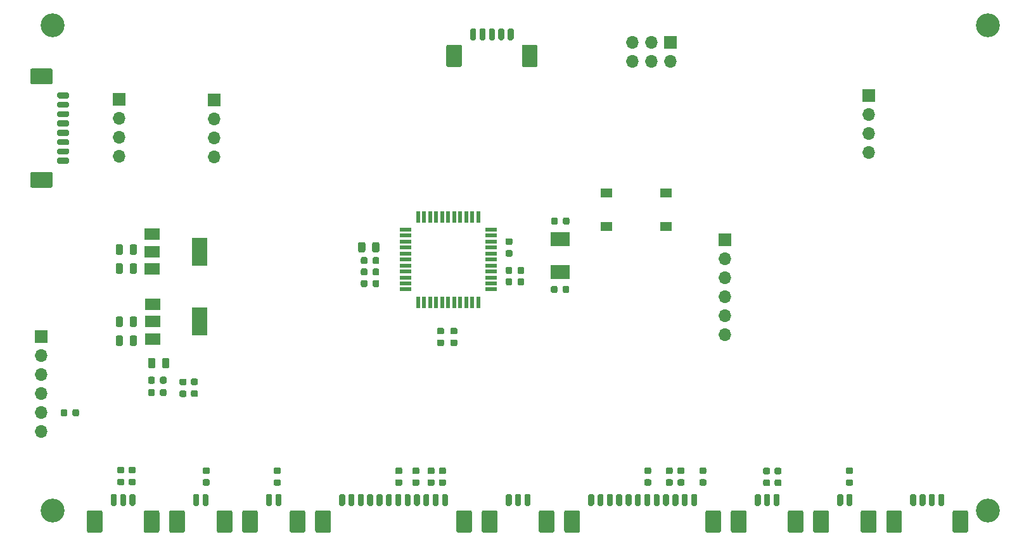
<source format=gbr>
%TF.GenerationSoftware,KiCad,Pcbnew,(5.99.0-2358-g6d8fb94d8)*%
%TF.CreationDate,2020-07-27T20:41:13+08:00*%
%TF.ProjectId,TheSPT_v2,54686553-5054-45f7-9632-2e6b69636164,V3.0*%
%TF.SameCoordinates,Original*%
%TF.FileFunction,Soldermask,Top*%
%TF.FilePolarity,Negative*%
%FSLAX46Y46*%
G04 Gerber Fmt 4.6, Leading zero omitted, Abs format (unit mm)*
G04 Created by KiCad (PCBNEW (5.99.0-2358-g6d8fb94d8)) date 2020-07-27 20:41:13*
%MOMM*%
%LPD*%
G01*
G04 APERTURE LIST*
%ADD10R,1.700000X1.700000*%
%ADD11O,1.700000X1.700000*%
%ADD12C,3.200000*%
%ADD13R,2.500000X1.900000*%
%ADD14R,1.500000X0.550000*%
%ADD15R,0.550000X1.500000*%
%ADD16R,2.000000X1.500000*%
%ADD17R,2.000000X3.800000*%
%ADD18R,1.550000X1.300000*%
G04 APERTURE END LIST*
D10*
%TO.C,U4*%
X75654000Y-64014000D03*
D11*
X75654000Y-69094000D03*
X75654000Y-66554000D03*
X75654000Y-71634000D03*
D10*
X62954000Y-63970000D03*
D11*
X62954000Y-66510000D03*
X62954000Y-69050000D03*
X62954000Y-71590000D03*
%TD*%
%TO.C,J13*%
X131534000Y-58890000D03*
X131534000Y-56350000D03*
X134074000Y-58890000D03*
X134074000Y-56350000D03*
X136614000Y-58890000D03*
D10*
X136614000Y-56350000D03*
%TD*%
D12*
%TO.C,H4*%
X179000000Y-119000000D03*
%TD*%
%TO.C,H3*%
X54064000Y-119000000D03*
%TD*%
%TO.C,H2*%
X179000000Y-54000000D03*
%TD*%
%TO.C,H1*%
X54000000Y-54000000D03*
%TD*%
%TO.C,J5*%
G36*
G01*
X147866000Y-118135000D02*
X147866000Y-116935000D01*
G75*
G02*
X148066000Y-116735000I200000J0D01*
G01*
X148466000Y-116735000D01*
G75*
G02*
X148666000Y-116935000I0J-200000D01*
G01*
X148666000Y-118135000D01*
G75*
G02*
X148466000Y-118335000I-200000J0D01*
G01*
X148066000Y-118335000D01*
G75*
G02*
X147866000Y-118135000I0J200000D01*
G01*
G37*
G36*
G01*
X149116000Y-118135000D02*
X149116000Y-116935000D01*
G75*
G02*
X149316000Y-116735000I200000J0D01*
G01*
X149716000Y-116735000D01*
G75*
G02*
X149916000Y-116935000I0J-200000D01*
G01*
X149916000Y-118135000D01*
G75*
G02*
X149716000Y-118335000I-200000J0D01*
G01*
X149316000Y-118335000D01*
G75*
G02*
X149116000Y-118135000I0J200000D01*
G01*
G37*
G36*
G01*
X150366000Y-118135000D02*
X150366000Y-116935000D01*
G75*
G02*
X150566000Y-116735000I200000J0D01*
G01*
X150966000Y-116735000D01*
G75*
G02*
X151166000Y-116935000I0J-200000D01*
G01*
X151166000Y-118135000D01*
G75*
G02*
X150966000Y-118335000I-200000J0D01*
G01*
X150566000Y-118335000D01*
G75*
G02*
X150366000Y-118135000I0J200000D01*
G01*
G37*
G36*
G01*
X144666000Y-121684999D02*
X144666000Y-119185001D01*
G75*
G02*
X144916001Y-118935000I250001J0D01*
G01*
X146515999Y-118935000D01*
G75*
G02*
X146766000Y-119185001I0J-250001D01*
G01*
X146766000Y-121684999D01*
G75*
G02*
X146515999Y-121935000I-250001J0D01*
G01*
X144916001Y-121935000D01*
G75*
G02*
X144666000Y-121684999I0J250001D01*
G01*
G37*
G36*
G01*
X152266000Y-121684999D02*
X152266000Y-119185001D01*
G75*
G02*
X152516001Y-118935000I250001J0D01*
G01*
X154115999Y-118935000D01*
G75*
G02*
X154366000Y-119185001I0J-250001D01*
G01*
X154366000Y-121684999D01*
G75*
G02*
X154115999Y-121935000I-250001J0D01*
G01*
X152516001Y-121935000D01*
G75*
G02*
X152266000Y-121684999I0J250001D01*
G01*
G37*
%TD*%
D13*
%TO.C,Y1*%
X121886000Y-87034000D03*
X121886000Y-82634000D03*
%TD*%
D14*
%TO.C,U3*%
X112596000Y-89370000D03*
X112596000Y-88570000D03*
X112596000Y-87770000D03*
X112596000Y-86970000D03*
X112596000Y-86170000D03*
X112596000Y-85370000D03*
X112596000Y-84570000D03*
X112596000Y-83770000D03*
X112596000Y-82970000D03*
X112596000Y-82170000D03*
X112596000Y-81370000D03*
D15*
X110896000Y-79670000D03*
X110096000Y-79670000D03*
X109296000Y-79670000D03*
X108496000Y-79670000D03*
X107696000Y-79670000D03*
X106896000Y-79670000D03*
X106096000Y-79670000D03*
X105296000Y-79670000D03*
X104496000Y-79670000D03*
X103696000Y-79670000D03*
X102896000Y-79670000D03*
D14*
X101196000Y-81370000D03*
X101196000Y-82170000D03*
X101196000Y-82970000D03*
X101196000Y-83770000D03*
X101196000Y-84570000D03*
X101196000Y-85370000D03*
X101196000Y-86170000D03*
X101196000Y-86970000D03*
X101196000Y-87770000D03*
X101196000Y-88570000D03*
X101196000Y-89370000D03*
D15*
X102896000Y-91070000D03*
X103696000Y-91070000D03*
X104496000Y-91070000D03*
X105296000Y-91070000D03*
X106096000Y-91070000D03*
X106896000Y-91070000D03*
X107696000Y-91070000D03*
X108496000Y-91070000D03*
X109296000Y-91070000D03*
X110096000Y-91070000D03*
X110896000Y-91070000D03*
%TD*%
D16*
%TO.C,U2*%
X67375500Y-82004000D03*
X67375500Y-86604000D03*
X67375500Y-84304000D03*
D17*
X73675500Y-84304000D03*
%TD*%
D16*
%TO.C,U1*%
X67424000Y-91388000D03*
X67424000Y-95988000D03*
X67424000Y-93688000D03*
D17*
X73724000Y-93688000D03*
%TD*%
D18*
%TO.C,SW1*%
X128062000Y-76488000D03*
X128062000Y-80988000D03*
X136022000Y-80988000D03*
X136022000Y-76488000D03*
%TD*%
%TO.C,R20*%
G36*
G01*
X133822250Y-114066750D02*
X133309750Y-114066750D01*
G75*
G02*
X133091000Y-113848000I0J218750D01*
G01*
X133091000Y-113410500D01*
G75*
G02*
X133309750Y-113191750I218750J0D01*
G01*
X133822250Y-113191750D01*
G75*
G02*
X134041000Y-113410500I0J-218750D01*
G01*
X134041000Y-113848000D01*
G75*
G02*
X133822250Y-114066750I-218750J0D01*
G01*
G37*
G36*
G01*
X133822250Y-115641750D02*
X133309750Y-115641750D01*
G75*
G02*
X133091000Y-115423000I0J218750D01*
G01*
X133091000Y-114985500D01*
G75*
G02*
X133309750Y-114766750I218750J0D01*
G01*
X133822250Y-114766750D01*
G75*
G02*
X134041000Y-114985500I0J-218750D01*
G01*
X134041000Y-115423000D01*
G75*
G02*
X133822250Y-115641750I-218750J0D01*
G01*
G37*
%TD*%
%TO.C,R19*%
G36*
G01*
X136693651Y-114069916D02*
X136181151Y-114069916D01*
G75*
G02*
X135962401Y-113851166I0J218750D01*
G01*
X135962401Y-113413666D01*
G75*
G02*
X136181151Y-113194916I218750J0D01*
G01*
X136693651Y-113194916D01*
G75*
G02*
X136912401Y-113413666I0J-218750D01*
G01*
X136912401Y-113851166D01*
G75*
G02*
X136693651Y-114069916I-218750J0D01*
G01*
G37*
G36*
G01*
X136693651Y-115644916D02*
X136181151Y-115644916D01*
G75*
G02*
X135962401Y-115426166I0J218750D01*
G01*
X135962401Y-114988666D01*
G75*
G02*
X136181151Y-114769916I218750J0D01*
G01*
X136693651Y-114769916D01*
G75*
G02*
X136912401Y-114988666I0J-218750D01*
G01*
X136912401Y-115426166D01*
G75*
G02*
X136693651Y-115644916I-218750J0D01*
G01*
G37*
%TD*%
%TO.C,R18*%
G36*
G01*
X138262264Y-114066750D02*
X137749764Y-114066750D01*
G75*
G02*
X137531014Y-113848000I0J218750D01*
G01*
X137531014Y-113410500D01*
G75*
G02*
X137749764Y-113191750I218750J0D01*
G01*
X138262264Y-113191750D01*
G75*
G02*
X138481014Y-113410500I0J-218750D01*
G01*
X138481014Y-113848000D01*
G75*
G02*
X138262264Y-114066750I-218750J0D01*
G01*
G37*
G36*
G01*
X138262264Y-115641750D02*
X137749764Y-115641750D01*
G75*
G02*
X137531014Y-115423000I0J218750D01*
G01*
X137531014Y-114985500D01*
G75*
G02*
X137749764Y-114766750I218750J0D01*
G01*
X138262264Y-114766750D01*
G75*
G02*
X138481014Y-114985500I0J-218750D01*
G01*
X138481014Y-115423000D01*
G75*
G02*
X138262264Y-115641750I-218750J0D01*
G01*
G37*
%TD*%
%TO.C,R17*%
G36*
G01*
X141188250Y-114066750D02*
X140675750Y-114066750D01*
G75*
G02*
X140457000Y-113848000I0J218750D01*
G01*
X140457000Y-113410500D01*
G75*
G02*
X140675750Y-113191750I218750J0D01*
G01*
X141188250Y-113191750D01*
G75*
G02*
X141407000Y-113410500I0J-218750D01*
G01*
X141407000Y-113848000D01*
G75*
G02*
X141188250Y-114066750I-218750J0D01*
G01*
G37*
G36*
G01*
X141188250Y-115641750D02*
X140675750Y-115641750D01*
G75*
G02*
X140457000Y-115423000I0J218750D01*
G01*
X140457000Y-114985500D01*
G75*
G02*
X140675750Y-114766750I218750J0D01*
G01*
X141188250Y-114766750D01*
G75*
G02*
X141407000Y-114985500I0J-218750D01*
G01*
X141407000Y-115423000D01*
G75*
G02*
X141188250Y-115641750I-218750J0D01*
G01*
G37*
%TD*%
%TO.C,R16*%
G36*
G01*
X100548250Y-114077000D02*
X100035750Y-114077000D01*
G75*
G02*
X99817000Y-113858250I0J218750D01*
G01*
X99817000Y-113420750D01*
G75*
G02*
X100035750Y-113202000I218750J0D01*
G01*
X100548250Y-113202000D01*
G75*
G02*
X100767000Y-113420750I0J-218750D01*
G01*
X100767000Y-113858250D01*
G75*
G02*
X100548250Y-114077000I-218750J0D01*
G01*
G37*
G36*
G01*
X100548250Y-115652000D02*
X100035750Y-115652000D01*
G75*
G02*
X99817000Y-115433250I0J218750D01*
G01*
X99817000Y-114995750D01*
G75*
G02*
X100035750Y-114777000I218750J0D01*
G01*
X100548250Y-114777000D01*
G75*
G02*
X100767000Y-114995750I0J-218750D01*
G01*
X100767000Y-115433250D01*
G75*
G02*
X100548250Y-115652000I-218750J0D01*
G01*
G37*
%TD*%
%TO.C,R15*%
G36*
G01*
X102834250Y-114077000D02*
X102321750Y-114077000D01*
G75*
G02*
X102103000Y-113858250I0J218750D01*
G01*
X102103000Y-113420750D01*
G75*
G02*
X102321750Y-113202000I218750J0D01*
G01*
X102834250Y-113202000D01*
G75*
G02*
X103053000Y-113420750I0J-218750D01*
G01*
X103053000Y-113858250D01*
G75*
G02*
X102834250Y-114077000I-218750J0D01*
G01*
G37*
G36*
G01*
X102834250Y-115652000D02*
X102321750Y-115652000D01*
G75*
G02*
X102103000Y-115433250I0J218750D01*
G01*
X102103000Y-114995750D01*
G75*
G02*
X102321750Y-114777000I218750J0D01*
G01*
X102834250Y-114777000D01*
G75*
G02*
X103053000Y-114995750I0J-218750D01*
G01*
X103053000Y-115433250D01*
G75*
G02*
X102834250Y-115652000I-218750J0D01*
G01*
G37*
%TD*%
%TO.C,R14*%
G36*
G01*
X104866250Y-114077000D02*
X104353750Y-114077000D01*
G75*
G02*
X104135000Y-113858250I0J218750D01*
G01*
X104135000Y-113420750D01*
G75*
G02*
X104353750Y-113202000I218750J0D01*
G01*
X104866250Y-113202000D01*
G75*
G02*
X105085000Y-113420750I0J-218750D01*
G01*
X105085000Y-113858250D01*
G75*
G02*
X104866250Y-114077000I-218750J0D01*
G01*
G37*
G36*
G01*
X104866250Y-115652000D02*
X104353750Y-115652000D01*
G75*
G02*
X104135000Y-115433250I0J218750D01*
G01*
X104135000Y-114995750D01*
G75*
G02*
X104353750Y-114777000I218750J0D01*
G01*
X104866250Y-114777000D01*
G75*
G02*
X105085000Y-114995750I0J-218750D01*
G01*
X105085000Y-115433250D01*
G75*
G02*
X104866250Y-115652000I-218750J0D01*
G01*
G37*
%TD*%
%TO.C,R13*%
G36*
G01*
X106390250Y-114077000D02*
X105877750Y-114077000D01*
G75*
G02*
X105659000Y-113858250I0J218750D01*
G01*
X105659000Y-113420750D01*
G75*
G02*
X105877750Y-113202000I218750J0D01*
G01*
X106390250Y-113202000D01*
G75*
G02*
X106609000Y-113420750I0J-218750D01*
G01*
X106609000Y-113858250D01*
G75*
G02*
X106390250Y-114077000I-218750J0D01*
G01*
G37*
G36*
G01*
X106390250Y-115652000D02*
X105877750Y-115652000D01*
G75*
G02*
X105659000Y-115433250I0J218750D01*
G01*
X105659000Y-114995750D01*
G75*
G02*
X105877750Y-114777000I218750J0D01*
G01*
X106390250Y-114777000D01*
G75*
G02*
X106609000Y-114995750I0J-218750D01*
G01*
X106609000Y-115433250D01*
G75*
G02*
X106390250Y-115652000I-218750J0D01*
G01*
G37*
%TD*%
%TO.C,R12*%
G36*
G01*
X160769250Y-114077000D02*
X160256750Y-114077000D01*
G75*
G02*
X160038000Y-113858250I0J218750D01*
G01*
X160038000Y-113420750D01*
G75*
G02*
X160256750Y-113202000I218750J0D01*
G01*
X160769250Y-113202000D01*
G75*
G02*
X160988000Y-113420750I0J-218750D01*
G01*
X160988000Y-113858250D01*
G75*
G02*
X160769250Y-114077000I-218750J0D01*
G01*
G37*
G36*
G01*
X160769250Y-115652000D02*
X160256750Y-115652000D01*
G75*
G02*
X160038000Y-115433250I0J218750D01*
G01*
X160038000Y-114995750D01*
G75*
G02*
X160256750Y-114777000I218750J0D01*
G01*
X160769250Y-114777000D01*
G75*
G02*
X160988000Y-114995750I0J-218750D01*
G01*
X160988000Y-115433250D01*
G75*
G02*
X160769250Y-115652000I-218750J0D01*
G01*
G37*
%TD*%
%TO.C,R11*%
G36*
G01*
X149701250Y-114106750D02*
X149188750Y-114106750D01*
G75*
G02*
X148970000Y-113888000I0J218750D01*
G01*
X148970000Y-113450500D01*
G75*
G02*
X149188750Y-113231750I218750J0D01*
G01*
X149701250Y-113231750D01*
G75*
G02*
X149920000Y-113450500I0J-218750D01*
G01*
X149920000Y-113888000D01*
G75*
G02*
X149701250Y-114106750I-218750J0D01*
G01*
G37*
G36*
G01*
X149701250Y-115681750D02*
X149188750Y-115681750D01*
G75*
G02*
X148970000Y-115463000I0J218750D01*
G01*
X148970000Y-115025500D01*
G75*
G02*
X149188750Y-114806750I218750J0D01*
G01*
X149701250Y-114806750D01*
G75*
G02*
X149920000Y-115025500I0J-218750D01*
G01*
X149920000Y-115463000D01*
G75*
G02*
X149701250Y-115681750I-218750J0D01*
G01*
G37*
%TD*%
%TO.C,R10*%
G36*
G01*
X151225250Y-114106750D02*
X150712750Y-114106750D01*
G75*
G02*
X150494000Y-113888000I0J218750D01*
G01*
X150494000Y-113450500D01*
G75*
G02*
X150712750Y-113231750I218750J0D01*
G01*
X151225250Y-113231750D01*
G75*
G02*
X151444000Y-113450500I0J-218750D01*
G01*
X151444000Y-113888000D01*
G75*
G02*
X151225250Y-114106750I-218750J0D01*
G01*
G37*
G36*
G01*
X151225250Y-115681750D02*
X150712750Y-115681750D01*
G75*
G02*
X150494000Y-115463000I0J218750D01*
G01*
X150494000Y-115025500D01*
G75*
G02*
X150712750Y-114806750I218750J0D01*
G01*
X151225250Y-114806750D01*
G75*
G02*
X151444000Y-115025500I0J-218750D01*
G01*
X151444000Y-115463000D01*
G75*
G02*
X151225250Y-115681750I-218750J0D01*
G01*
G37*
%TD*%
%TO.C,R9*%
G36*
G01*
X72731522Y-102869296D02*
X73244022Y-102869296D01*
G75*
G02*
X73462772Y-103088046I0J-218750D01*
G01*
X73462772Y-103525546D01*
G75*
G02*
X73244022Y-103744296I-218750J0D01*
G01*
X72731522Y-103744296D01*
G75*
G02*
X72512772Y-103525546I0J218750D01*
G01*
X72512772Y-103088046D01*
G75*
G02*
X72731522Y-102869296I218750J0D01*
G01*
G37*
G36*
G01*
X72731522Y-101294296D02*
X73244022Y-101294296D01*
G75*
G02*
X73462772Y-101513046I0J-218750D01*
G01*
X73462772Y-101950546D01*
G75*
G02*
X73244022Y-102169296I-218750J0D01*
G01*
X72731522Y-102169296D01*
G75*
G02*
X72512772Y-101950546I0J218750D01*
G01*
X72512772Y-101513046D01*
G75*
G02*
X72731522Y-101294296I218750J0D01*
G01*
G37*
%TD*%
%TO.C,R8*%
G36*
G01*
X71720022Y-102194796D02*
X71207522Y-102194796D01*
G75*
G02*
X70988772Y-101976046I0J218750D01*
G01*
X70988772Y-101538546D01*
G75*
G02*
X71207522Y-101319796I218750J0D01*
G01*
X71720022Y-101319796D01*
G75*
G02*
X71938772Y-101538546I0J-218750D01*
G01*
X71938772Y-101976046D01*
G75*
G02*
X71720022Y-102194796I-218750J0D01*
G01*
G37*
G36*
G01*
X71720022Y-103769796D02*
X71207522Y-103769796D01*
G75*
G02*
X70988772Y-103551046I0J218750D01*
G01*
X70988772Y-103113546D01*
G75*
G02*
X71207522Y-102894796I218750J0D01*
G01*
X71720022Y-102894796D01*
G75*
G02*
X71938772Y-103113546I0J-218750D01*
G01*
X71938772Y-103551046D01*
G75*
G02*
X71720022Y-103769796I-218750J0D01*
G01*
G37*
%TD*%
%TO.C,R7*%
G36*
G01*
X63404250Y-113992000D02*
X62891750Y-113992000D01*
G75*
G02*
X62673000Y-113773250I0J218750D01*
G01*
X62673000Y-113335750D01*
G75*
G02*
X62891750Y-113117000I218750J0D01*
G01*
X63404250Y-113117000D01*
G75*
G02*
X63623000Y-113335750I0J-218750D01*
G01*
X63623000Y-113773250D01*
G75*
G02*
X63404250Y-113992000I-218750J0D01*
G01*
G37*
G36*
G01*
X63404250Y-115567000D02*
X62891750Y-115567000D01*
G75*
G02*
X62673000Y-115348250I0J218750D01*
G01*
X62673000Y-114910750D01*
G75*
G02*
X62891750Y-114692000I218750J0D01*
G01*
X63404250Y-114692000D01*
G75*
G02*
X63623000Y-114910750I0J-218750D01*
G01*
X63623000Y-115348250D01*
G75*
G02*
X63404250Y-115567000I-218750J0D01*
G01*
G37*
%TD*%
%TO.C,R6*%
G36*
G01*
X64928250Y-113992000D02*
X64415750Y-113992000D01*
G75*
G02*
X64197000Y-113773250I0J218750D01*
G01*
X64197000Y-113335750D01*
G75*
G02*
X64415750Y-113117000I218750J0D01*
G01*
X64928250Y-113117000D01*
G75*
G02*
X65147000Y-113335750I0J-218750D01*
G01*
X65147000Y-113773250D01*
G75*
G02*
X64928250Y-113992000I-218750J0D01*
G01*
G37*
G36*
G01*
X64928250Y-115567000D02*
X64415750Y-115567000D01*
G75*
G02*
X64197000Y-115348250I0J218750D01*
G01*
X64197000Y-114910750D01*
G75*
G02*
X64415750Y-114692000I218750J0D01*
G01*
X64928250Y-114692000D01*
G75*
G02*
X65147000Y-114910750I0J-218750D01*
G01*
X65147000Y-115348250D01*
G75*
G02*
X64928250Y-115567000I-218750J0D01*
G01*
G37*
%TD*%
%TO.C,R5*%
G36*
G01*
X115461500Y-86573750D02*
X115461500Y-87086250D01*
G75*
G02*
X115242750Y-87305000I-218750J0D01*
G01*
X114805250Y-87305000D01*
G75*
G02*
X114586500Y-87086250I0J218750D01*
G01*
X114586500Y-86573750D01*
G75*
G02*
X114805250Y-86355000I218750J0D01*
G01*
X115242750Y-86355000D01*
G75*
G02*
X115461500Y-86573750I0J-218750D01*
G01*
G37*
G36*
G01*
X117036500Y-86573750D02*
X117036500Y-87086250D01*
G75*
G02*
X116817750Y-87305000I-218750J0D01*
G01*
X116380250Y-87305000D01*
G75*
G02*
X116161500Y-87086250I0J218750D01*
G01*
X116161500Y-86573750D01*
G75*
G02*
X116380250Y-86355000I218750J0D01*
G01*
X116817750Y-86355000D01*
G75*
G02*
X117036500Y-86573750I0J-218750D01*
G01*
G37*
%TD*%
%TO.C,R4*%
G36*
G01*
X84311250Y-114077000D02*
X83798750Y-114077000D01*
G75*
G02*
X83580000Y-113858250I0J218750D01*
G01*
X83580000Y-113420750D01*
G75*
G02*
X83798750Y-113202000I218750J0D01*
G01*
X84311250Y-113202000D01*
G75*
G02*
X84530000Y-113420750I0J-218750D01*
G01*
X84530000Y-113858250D01*
G75*
G02*
X84311250Y-114077000I-218750J0D01*
G01*
G37*
G36*
G01*
X84311250Y-115652000D02*
X83798750Y-115652000D01*
G75*
G02*
X83580000Y-115433250I0J218750D01*
G01*
X83580000Y-114995750D01*
G75*
G02*
X83798750Y-114777000I218750J0D01*
G01*
X84311250Y-114777000D01*
G75*
G02*
X84530000Y-114995750I0J-218750D01*
G01*
X84530000Y-115433250D01*
G75*
G02*
X84311250Y-115652000I-218750J0D01*
G01*
G37*
%TD*%
%TO.C,R3*%
G36*
G01*
X114767750Y-84106500D02*
X115280250Y-84106500D01*
G75*
G02*
X115499000Y-84325250I0J-218750D01*
G01*
X115499000Y-84762750D01*
G75*
G02*
X115280250Y-84981500I-218750J0D01*
G01*
X114767750Y-84981500D01*
G75*
G02*
X114549000Y-84762750I0J218750D01*
G01*
X114549000Y-84325250D01*
G75*
G02*
X114767750Y-84106500I218750J0D01*
G01*
G37*
G36*
G01*
X114767750Y-82531500D02*
X115280250Y-82531500D01*
G75*
G02*
X115499000Y-82750250I0J-218750D01*
G01*
X115499000Y-83187750D01*
G75*
G02*
X115280250Y-83406500I-218750J0D01*
G01*
X114767750Y-83406500D01*
G75*
G02*
X114549000Y-83187750I0J218750D01*
G01*
X114549000Y-82750250D01*
G75*
G02*
X114767750Y-82531500I218750J0D01*
G01*
G37*
%TD*%
%TO.C,R2*%
G36*
G01*
X56700000Y-106136250D02*
X56700000Y-105623750D01*
G75*
G02*
X56918750Y-105405000I218750J0D01*
G01*
X57356250Y-105405000D01*
G75*
G02*
X57575000Y-105623750I0J-218750D01*
G01*
X57575000Y-106136250D01*
G75*
G02*
X57356250Y-106355000I-218750J0D01*
G01*
X56918750Y-106355000D01*
G75*
G02*
X56700000Y-106136250I0J218750D01*
G01*
G37*
G36*
G01*
X55125000Y-106136250D02*
X55125000Y-105623750D01*
G75*
G02*
X55343750Y-105405000I218750J0D01*
G01*
X55781250Y-105405000D01*
G75*
G02*
X56000000Y-105623750I0J-218750D01*
G01*
X56000000Y-106136250D01*
G75*
G02*
X55781250Y-106355000I-218750J0D01*
G01*
X55343750Y-106355000D01*
G75*
G02*
X55125000Y-106136250I0J218750D01*
G01*
G37*
%TD*%
%TO.C,R1*%
G36*
G01*
X74823250Y-114051500D02*
X74310750Y-114051500D01*
G75*
G02*
X74092000Y-113832750I0J218750D01*
G01*
X74092000Y-113395250D01*
G75*
G02*
X74310750Y-113176500I218750J0D01*
G01*
X74823250Y-113176500D01*
G75*
G02*
X75042000Y-113395250I0J-218750D01*
G01*
X75042000Y-113832750D01*
G75*
G02*
X74823250Y-114051500I-218750J0D01*
G01*
G37*
G36*
G01*
X74823250Y-115626500D02*
X74310750Y-115626500D01*
G75*
G02*
X74092000Y-115407750I0J218750D01*
G01*
X74092000Y-114970250D01*
G75*
G02*
X74310750Y-114751500I218750J0D01*
G01*
X74823250Y-114751500D01*
G75*
G02*
X75042000Y-114970250I0J-218750D01*
G01*
X75042000Y-115407750D01*
G75*
G02*
X74823250Y-115626500I-218750J0D01*
G01*
G37*
%TD*%
%TO.C,J15*%
G36*
G01*
X54848000Y-63005000D02*
X56048000Y-63005000D01*
G75*
G02*
X56248000Y-63205000I0J-200000D01*
G01*
X56248000Y-63605000D01*
G75*
G02*
X56048000Y-63805000I-200000J0D01*
G01*
X54848000Y-63805000D01*
G75*
G02*
X54648000Y-63605000I0J200000D01*
G01*
X54648000Y-63205000D01*
G75*
G02*
X54848000Y-63005000I200000J0D01*
G01*
G37*
G36*
G01*
X54848000Y-64255000D02*
X56048000Y-64255000D01*
G75*
G02*
X56248000Y-64455000I0J-200000D01*
G01*
X56248000Y-64855000D01*
G75*
G02*
X56048000Y-65055000I-200000J0D01*
G01*
X54848000Y-65055000D01*
G75*
G02*
X54648000Y-64855000I0J200000D01*
G01*
X54648000Y-64455000D01*
G75*
G02*
X54848000Y-64255000I200000J0D01*
G01*
G37*
G36*
G01*
X54848000Y-65505000D02*
X56048000Y-65505000D01*
G75*
G02*
X56248000Y-65705000I0J-200000D01*
G01*
X56248000Y-66105000D01*
G75*
G02*
X56048000Y-66305000I-200000J0D01*
G01*
X54848000Y-66305000D01*
G75*
G02*
X54648000Y-66105000I0J200000D01*
G01*
X54648000Y-65705000D01*
G75*
G02*
X54848000Y-65505000I200000J0D01*
G01*
G37*
G36*
G01*
X54848000Y-66755000D02*
X56048000Y-66755000D01*
G75*
G02*
X56248000Y-66955000I0J-200000D01*
G01*
X56248000Y-67355000D01*
G75*
G02*
X56048000Y-67555000I-200000J0D01*
G01*
X54848000Y-67555000D01*
G75*
G02*
X54648000Y-67355000I0J200000D01*
G01*
X54648000Y-66955000D01*
G75*
G02*
X54848000Y-66755000I200000J0D01*
G01*
G37*
G36*
G01*
X54848000Y-68005000D02*
X56048000Y-68005000D01*
G75*
G02*
X56248000Y-68205000I0J-200000D01*
G01*
X56248000Y-68605000D01*
G75*
G02*
X56048000Y-68805000I-200000J0D01*
G01*
X54848000Y-68805000D01*
G75*
G02*
X54648000Y-68605000I0J200000D01*
G01*
X54648000Y-68205000D01*
G75*
G02*
X54848000Y-68005000I200000J0D01*
G01*
G37*
G36*
G01*
X54848000Y-69255000D02*
X56048000Y-69255000D01*
G75*
G02*
X56248000Y-69455000I0J-200000D01*
G01*
X56248000Y-69855000D01*
G75*
G02*
X56048000Y-70055000I-200000J0D01*
G01*
X54848000Y-70055000D01*
G75*
G02*
X54648000Y-69855000I0J200000D01*
G01*
X54648000Y-69455000D01*
G75*
G02*
X54848000Y-69255000I200000J0D01*
G01*
G37*
G36*
G01*
X54848000Y-70505000D02*
X56048000Y-70505000D01*
G75*
G02*
X56248000Y-70705000I0J-200000D01*
G01*
X56248000Y-71105000D01*
G75*
G02*
X56048000Y-71305000I-200000J0D01*
G01*
X54848000Y-71305000D01*
G75*
G02*
X54648000Y-71105000I0J200000D01*
G01*
X54648000Y-70705000D01*
G75*
G02*
X54848000Y-70505000I200000J0D01*
G01*
G37*
G36*
G01*
X54848000Y-71755000D02*
X56048000Y-71755000D01*
G75*
G02*
X56248000Y-71955000I0J-200000D01*
G01*
X56248000Y-72355000D01*
G75*
G02*
X56048000Y-72555000I-200000J0D01*
G01*
X54848000Y-72555000D01*
G75*
G02*
X54648000Y-72355000I0J200000D01*
G01*
X54648000Y-71955000D01*
G75*
G02*
X54848000Y-71755000I200000J0D01*
G01*
G37*
G36*
G01*
X51298001Y-59805000D02*
X53797999Y-59805000D01*
G75*
G02*
X54048000Y-60055001I0J-250001D01*
G01*
X54048000Y-61654999D01*
G75*
G02*
X53797999Y-61905000I-250001J0D01*
G01*
X51298001Y-61905000D01*
G75*
G02*
X51048000Y-61654999I0J250001D01*
G01*
X51048000Y-60055001D01*
G75*
G02*
X51298001Y-59805000I250001J0D01*
G01*
G37*
G36*
G01*
X51298001Y-73655000D02*
X53797999Y-73655000D01*
G75*
G02*
X54048000Y-73905001I0J-250001D01*
G01*
X54048000Y-75504999D01*
G75*
G02*
X53797999Y-75755000I-250001J0D01*
G01*
X51298001Y-75755000D01*
G75*
G02*
X51048000Y-75504999I0J250001D01*
G01*
X51048000Y-73905001D01*
G75*
G02*
X51298001Y-73655000I250001J0D01*
G01*
G37*
%TD*%
%TO.C,J14*%
G36*
G01*
X125602000Y-118135000D02*
X125602000Y-116935000D01*
G75*
G02*
X125802000Y-116735000I200000J0D01*
G01*
X126202000Y-116735000D01*
G75*
G02*
X126402000Y-116935000I0J-200000D01*
G01*
X126402000Y-118135000D01*
G75*
G02*
X126202000Y-118335000I-200000J0D01*
G01*
X125802000Y-118335000D01*
G75*
G02*
X125602000Y-118135000I0J200000D01*
G01*
G37*
G36*
G01*
X126852000Y-118135000D02*
X126852000Y-116935000D01*
G75*
G02*
X127052000Y-116735000I200000J0D01*
G01*
X127452000Y-116735000D01*
G75*
G02*
X127652000Y-116935000I0J-200000D01*
G01*
X127652000Y-118135000D01*
G75*
G02*
X127452000Y-118335000I-200000J0D01*
G01*
X127052000Y-118335000D01*
G75*
G02*
X126852000Y-118135000I0J200000D01*
G01*
G37*
G36*
G01*
X128102000Y-118135000D02*
X128102000Y-116935000D01*
G75*
G02*
X128302000Y-116735000I200000J0D01*
G01*
X128702000Y-116735000D01*
G75*
G02*
X128902000Y-116935000I0J-200000D01*
G01*
X128902000Y-118135000D01*
G75*
G02*
X128702000Y-118335000I-200000J0D01*
G01*
X128302000Y-118335000D01*
G75*
G02*
X128102000Y-118135000I0J200000D01*
G01*
G37*
G36*
G01*
X129352000Y-118135000D02*
X129352000Y-116935000D01*
G75*
G02*
X129552000Y-116735000I200000J0D01*
G01*
X129952000Y-116735000D01*
G75*
G02*
X130152000Y-116935000I0J-200000D01*
G01*
X130152000Y-118135000D01*
G75*
G02*
X129952000Y-118335000I-200000J0D01*
G01*
X129552000Y-118335000D01*
G75*
G02*
X129352000Y-118135000I0J200000D01*
G01*
G37*
G36*
G01*
X130602000Y-118135000D02*
X130602000Y-116935000D01*
G75*
G02*
X130802000Y-116735000I200000J0D01*
G01*
X131202000Y-116735000D01*
G75*
G02*
X131402000Y-116935000I0J-200000D01*
G01*
X131402000Y-118135000D01*
G75*
G02*
X131202000Y-118335000I-200000J0D01*
G01*
X130802000Y-118335000D01*
G75*
G02*
X130602000Y-118135000I0J200000D01*
G01*
G37*
G36*
G01*
X131852000Y-118135000D02*
X131852000Y-116935000D01*
G75*
G02*
X132052000Y-116735000I200000J0D01*
G01*
X132452000Y-116735000D01*
G75*
G02*
X132652000Y-116935000I0J-200000D01*
G01*
X132652000Y-118135000D01*
G75*
G02*
X132452000Y-118335000I-200000J0D01*
G01*
X132052000Y-118335000D01*
G75*
G02*
X131852000Y-118135000I0J200000D01*
G01*
G37*
G36*
G01*
X133102000Y-118135000D02*
X133102000Y-116935000D01*
G75*
G02*
X133302000Y-116735000I200000J0D01*
G01*
X133702000Y-116735000D01*
G75*
G02*
X133902000Y-116935000I0J-200000D01*
G01*
X133902000Y-118135000D01*
G75*
G02*
X133702000Y-118335000I-200000J0D01*
G01*
X133302000Y-118335000D01*
G75*
G02*
X133102000Y-118135000I0J200000D01*
G01*
G37*
G36*
G01*
X134352000Y-118135000D02*
X134352000Y-116935000D01*
G75*
G02*
X134552000Y-116735000I200000J0D01*
G01*
X134952000Y-116735000D01*
G75*
G02*
X135152000Y-116935000I0J-200000D01*
G01*
X135152000Y-118135000D01*
G75*
G02*
X134952000Y-118335000I-200000J0D01*
G01*
X134552000Y-118335000D01*
G75*
G02*
X134352000Y-118135000I0J200000D01*
G01*
G37*
G36*
G01*
X135602000Y-118135000D02*
X135602000Y-116935000D01*
G75*
G02*
X135802000Y-116735000I200000J0D01*
G01*
X136202000Y-116735000D01*
G75*
G02*
X136402000Y-116935000I0J-200000D01*
G01*
X136402000Y-118135000D01*
G75*
G02*
X136202000Y-118335000I-200000J0D01*
G01*
X135802000Y-118335000D01*
G75*
G02*
X135602000Y-118135000I0J200000D01*
G01*
G37*
G36*
G01*
X136852000Y-118135000D02*
X136852000Y-116935000D01*
G75*
G02*
X137052000Y-116735000I200000J0D01*
G01*
X137452000Y-116735000D01*
G75*
G02*
X137652000Y-116935000I0J-200000D01*
G01*
X137652000Y-118135000D01*
G75*
G02*
X137452000Y-118335000I-200000J0D01*
G01*
X137052000Y-118335000D01*
G75*
G02*
X136852000Y-118135000I0J200000D01*
G01*
G37*
G36*
G01*
X138102000Y-118135000D02*
X138102000Y-116935000D01*
G75*
G02*
X138302000Y-116735000I200000J0D01*
G01*
X138702000Y-116735000D01*
G75*
G02*
X138902000Y-116935000I0J-200000D01*
G01*
X138902000Y-118135000D01*
G75*
G02*
X138702000Y-118335000I-200000J0D01*
G01*
X138302000Y-118335000D01*
G75*
G02*
X138102000Y-118135000I0J200000D01*
G01*
G37*
G36*
G01*
X139352000Y-118135000D02*
X139352000Y-116935000D01*
G75*
G02*
X139552000Y-116735000I200000J0D01*
G01*
X139952000Y-116735000D01*
G75*
G02*
X140152000Y-116935000I0J-200000D01*
G01*
X140152000Y-118135000D01*
G75*
G02*
X139952000Y-118335000I-200000J0D01*
G01*
X139552000Y-118335000D01*
G75*
G02*
X139352000Y-118135000I0J200000D01*
G01*
G37*
G36*
G01*
X122402000Y-121684999D02*
X122402000Y-119185001D01*
G75*
G02*
X122652001Y-118935000I250001J0D01*
G01*
X124251999Y-118935000D01*
G75*
G02*
X124502000Y-119185001I0J-250001D01*
G01*
X124502000Y-121684999D01*
G75*
G02*
X124251999Y-121935000I-250001J0D01*
G01*
X122652001Y-121935000D01*
G75*
G02*
X122402000Y-121684999I0J250001D01*
G01*
G37*
G36*
G01*
X141252000Y-121684999D02*
X141252000Y-119185001D01*
G75*
G02*
X141502001Y-118935000I250001J0D01*
G01*
X143101999Y-118935000D01*
G75*
G02*
X143352000Y-119185001I0J-250001D01*
G01*
X143352000Y-121684999D01*
G75*
G02*
X143101999Y-121935000I-250001J0D01*
G01*
X141502001Y-121935000D01*
G75*
G02*
X141252000Y-121684999I0J250001D01*
G01*
G37*
%TD*%
D11*
%TO.C,J12*%
X163090000Y-71050000D03*
X163090000Y-68510000D03*
X163090000Y-65970000D03*
D10*
X163090000Y-63430000D03*
%TD*%
%TO.C,J11*%
G36*
G01*
X168629000Y-118135000D02*
X168629000Y-116935000D01*
G75*
G02*
X168829000Y-116735000I200000J0D01*
G01*
X169229000Y-116735000D01*
G75*
G02*
X169429000Y-116935000I0J-200000D01*
G01*
X169429000Y-118135000D01*
G75*
G02*
X169229000Y-118335000I-200000J0D01*
G01*
X168829000Y-118335000D01*
G75*
G02*
X168629000Y-118135000I0J200000D01*
G01*
G37*
G36*
G01*
X169879000Y-118135000D02*
X169879000Y-116935000D01*
G75*
G02*
X170079000Y-116735000I200000J0D01*
G01*
X170479000Y-116735000D01*
G75*
G02*
X170679000Y-116935000I0J-200000D01*
G01*
X170679000Y-118135000D01*
G75*
G02*
X170479000Y-118335000I-200000J0D01*
G01*
X170079000Y-118335000D01*
G75*
G02*
X169879000Y-118135000I0J200000D01*
G01*
G37*
G36*
G01*
X171129000Y-118135000D02*
X171129000Y-116935000D01*
G75*
G02*
X171329000Y-116735000I200000J0D01*
G01*
X171729000Y-116735000D01*
G75*
G02*
X171929000Y-116935000I0J-200000D01*
G01*
X171929000Y-118135000D01*
G75*
G02*
X171729000Y-118335000I-200000J0D01*
G01*
X171329000Y-118335000D01*
G75*
G02*
X171129000Y-118135000I0J200000D01*
G01*
G37*
G36*
G01*
X172379000Y-118135000D02*
X172379000Y-116935000D01*
G75*
G02*
X172579000Y-116735000I200000J0D01*
G01*
X172979000Y-116735000D01*
G75*
G02*
X173179000Y-116935000I0J-200000D01*
G01*
X173179000Y-118135000D01*
G75*
G02*
X172979000Y-118335000I-200000J0D01*
G01*
X172579000Y-118335000D01*
G75*
G02*
X172379000Y-118135000I0J200000D01*
G01*
G37*
G36*
G01*
X165429000Y-121684999D02*
X165429000Y-119185001D01*
G75*
G02*
X165679001Y-118935000I250001J0D01*
G01*
X167278999Y-118935000D01*
G75*
G02*
X167529000Y-119185001I0J-250001D01*
G01*
X167529000Y-121684999D01*
G75*
G02*
X167278999Y-121935000I-250001J0D01*
G01*
X165679001Y-121935000D01*
G75*
G02*
X165429000Y-121684999I0J250001D01*
G01*
G37*
G36*
G01*
X174279000Y-121684999D02*
X174279000Y-119185001D01*
G75*
G02*
X174529001Y-118935000I250001J0D01*
G01*
X176128999Y-118935000D01*
G75*
G02*
X176379000Y-119185001I0J-250001D01*
G01*
X176379000Y-121684999D01*
G75*
G02*
X176128999Y-121935000I-250001J0D01*
G01*
X174529001Y-121935000D01*
G75*
G02*
X174279000Y-121684999I0J250001D01*
G01*
G37*
%TD*%
%TO.C,J10*%
G36*
G01*
X92324000Y-118135000D02*
X92324000Y-116935000D01*
G75*
G02*
X92524000Y-116735000I200000J0D01*
G01*
X92924000Y-116735000D01*
G75*
G02*
X93124000Y-116935000I0J-200000D01*
G01*
X93124000Y-118135000D01*
G75*
G02*
X92924000Y-118335000I-200000J0D01*
G01*
X92524000Y-118335000D01*
G75*
G02*
X92324000Y-118135000I0J200000D01*
G01*
G37*
G36*
G01*
X93574000Y-118135000D02*
X93574000Y-116935000D01*
G75*
G02*
X93774000Y-116735000I200000J0D01*
G01*
X94174000Y-116735000D01*
G75*
G02*
X94374000Y-116935000I0J-200000D01*
G01*
X94374000Y-118135000D01*
G75*
G02*
X94174000Y-118335000I-200000J0D01*
G01*
X93774000Y-118335000D01*
G75*
G02*
X93574000Y-118135000I0J200000D01*
G01*
G37*
G36*
G01*
X94824000Y-118135000D02*
X94824000Y-116935000D01*
G75*
G02*
X95024000Y-116735000I200000J0D01*
G01*
X95424000Y-116735000D01*
G75*
G02*
X95624000Y-116935000I0J-200000D01*
G01*
X95624000Y-118135000D01*
G75*
G02*
X95424000Y-118335000I-200000J0D01*
G01*
X95024000Y-118335000D01*
G75*
G02*
X94824000Y-118135000I0J200000D01*
G01*
G37*
G36*
G01*
X96074000Y-118135000D02*
X96074000Y-116935000D01*
G75*
G02*
X96274000Y-116735000I200000J0D01*
G01*
X96674000Y-116735000D01*
G75*
G02*
X96874000Y-116935000I0J-200000D01*
G01*
X96874000Y-118135000D01*
G75*
G02*
X96674000Y-118335000I-200000J0D01*
G01*
X96274000Y-118335000D01*
G75*
G02*
X96074000Y-118135000I0J200000D01*
G01*
G37*
G36*
G01*
X97324000Y-118135000D02*
X97324000Y-116935000D01*
G75*
G02*
X97524000Y-116735000I200000J0D01*
G01*
X97924000Y-116735000D01*
G75*
G02*
X98124000Y-116935000I0J-200000D01*
G01*
X98124000Y-118135000D01*
G75*
G02*
X97924000Y-118335000I-200000J0D01*
G01*
X97524000Y-118335000D01*
G75*
G02*
X97324000Y-118135000I0J200000D01*
G01*
G37*
G36*
G01*
X98574000Y-118135000D02*
X98574000Y-116935000D01*
G75*
G02*
X98774000Y-116735000I200000J0D01*
G01*
X99174000Y-116735000D01*
G75*
G02*
X99374000Y-116935000I0J-200000D01*
G01*
X99374000Y-118135000D01*
G75*
G02*
X99174000Y-118335000I-200000J0D01*
G01*
X98774000Y-118335000D01*
G75*
G02*
X98574000Y-118135000I0J200000D01*
G01*
G37*
G36*
G01*
X99824000Y-118135000D02*
X99824000Y-116935000D01*
G75*
G02*
X100024000Y-116735000I200000J0D01*
G01*
X100424000Y-116735000D01*
G75*
G02*
X100624000Y-116935000I0J-200000D01*
G01*
X100624000Y-118135000D01*
G75*
G02*
X100424000Y-118335000I-200000J0D01*
G01*
X100024000Y-118335000D01*
G75*
G02*
X99824000Y-118135000I0J200000D01*
G01*
G37*
G36*
G01*
X101074000Y-118135000D02*
X101074000Y-116935000D01*
G75*
G02*
X101274000Y-116735000I200000J0D01*
G01*
X101674000Y-116735000D01*
G75*
G02*
X101874000Y-116935000I0J-200000D01*
G01*
X101874000Y-118135000D01*
G75*
G02*
X101674000Y-118335000I-200000J0D01*
G01*
X101274000Y-118335000D01*
G75*
G02*
X101074000Y-118135000I0J200000D01*
G01*
G37*
G36*
G01*
X102324000Y-118135000D02*
X102324000Y-116935000D01*
G75*
G02*
X102524000Y-116735000I200000J0D01*
G01*
X102924000Y-116735000D01*
G75*
G02*
X103124000Y-116935000I0J-200000D01*
G01*
X103124000Y-118135000D01*
G75*
G02*
X102924000Y-118335000I-200000J0D01*
G01*
X102524000Y-118335000D01*
G75*
G02*
X102324000Y-118135000I0J200000D01*
G01*
G37*
G36*
G01*
X103574000Y-118135000D02*
X103574000Y-116935000D01*
G75*
G02*
X103774000Y-116735000I200000J0D01*
G01*
X104174000Y-116735000D01*
G75*
G02*
X104374000Y-116935000I0J-200000D01*
G01*
X104374000Y-118135000D01*
G75*
G02*
X104174000Y-118335000I-200000J0D01*
G01*
X103774000Y-118335000D01*
G75*
G02*
X103574000Y-118135000I0J200000D01*
G01*
G37*
G36*
G01*
X104824000Y-118135000D02*
X104824000Y-116935000D01*
G75*
G02*
X105024000Y-116735000I200000J0D01*
G01*
X105424000Y-116735000D01*
G75*
G02*
X105624000Y-116935000I0J-200000D01*
G01*
X105624000Y-118135000D01*
G75*
G02*
X105424000Y-118335000I-200000J0D01*
G01*
X105024000Y-118335000D01*
G75*
G02*
X104824000Y-118135000I0J200000D01*
G01*
G37*
G36*
G01*
X106074000Y-118135000D02*
X106074000Y-116935000D01*
G75*
G02*
X106274000Y-116735000I200000J0D01*
G01*
X106674000Y-116735000D01*
G75*
G02*
X106874000Y-116935000I0J-200000D01*
G01*
X106874000Y-118135000D01*
G75*
G02*
X106674000Y-118335000I-200000J0D01*
G01*
X106274000Y-118335000D01*
G75*
G02*
X106074000Y-118135000I0J200000D01*
G01*
G37*
G36*
G01*
X89124000Y-121684999D02*
X89124000Y-119185001D01*
G75*
G02*
X89374001Y-118935000I250001J0D01*
G01*
X90973999Y-118935000D01*
G75*
G02*
X91224000Y-119185001I0J-250001D01*
G01*
X91224000Y-121684999D01*
G75*
G02*
X90973999Y-121935000I-250001J0D01*
G01*
X89374001Y-121935000D01*
G75*
G02*
X89124000Y-121684999I0J250001D01*
G01*
G37*
G36*
G01*
X107974000Y-121684999D02*
X107974000Y-119185001D01*
G75*
G02*
X108224001Y-118935000I250001J0D01*
G01*
X109823999Y-118935000D01*
G75*
G02*
X110074000Y-119185001I0J-250001D01*
G01*
X110074000Y-121684999D01*
G75*
G02*
X109823999Y-121935000I-250001J0D01*
G01*
X108224001Y-121935000D01*
G75*
G02*
X107974000Y-121684999I0J250001D01*
G01*
G37*
%TD*%
%TO.C,J9*%
G36*
G01*
X109838000Y-55820000D02*
X109838000Y-54620000D01*
G75*
G02*
X110038000Y-54420000I200000J0D01*
G01*
X110438000Y-54420000D01*
G75*
G02*
X110638000Y-54620000I0J-200000D01*
G01*
X110638000Y-55820000D01*
G75*
G02*
X110438000Y-56020000I-200000J0D01*
G01*
X110038000Y-56020000D01*
G75*
G02*
X109838000Y-55820000I0J200000D01*
G01*
G37*
G36*
G01*
X111088000Y-55820000D02*
X111088000Y-54620000D01*
G75*
G02*
X111288000Y-54420000I200000J0D01*
G01*
X111688000Y-54420000D01*
G75*
G02*
X111888000Y-54620000I0J-200000D01*
G01*
X111888000Y-55820000D01*
G75*
G02*
X111688000Y-56020000I-200000J0D01*
G01*
X111288000Y-56020000D01*
G75*
G02*
X111088000Y-55820000I0J200000D01*
G01*
G37*
G36*
G01*
X112338000Y-55820000D02*
X112338000Y-54620000D01*
G75*
G02*
X112538000Y-54420000I200000J0D01*
G01*
X112938000Y-54420000D01*
G75*
G02*
X113138000Y-54620000I0J-200000D01*
G01*
X113138000Y-55820000D01*
G75*
G02*
X112938000Y-56020000I-200000J0D01*
G01*
X112538000Y-56020000D01*
G75*
G02*
X112338000Y-55820000I0J200000D01*
G01*
G37*
G36*
G01*
X113588000Y-55820000D02*
X113588000Y-54620000D01*
G75*
G02*
X113788000Y-54420000I200000J0D01*
G01*
X114188000Y-54420000D01*
G75*
G02*
X114388000Y-54620000I0J-200000D01*
G01*
X114388000Y-55820000D01*
G75*
G02*
X114188000Y-56020000I-200000J0D01*
G01*
X113788000Y-56020000D01*
G75*
G02*
X113588000Y-55820000I0J200000D01*
G01*
G37*
G36*
G01*
X114838000Y-55820000D02*
X114838000Y-54620000D01*
G75*
G02*
X115038000Y-54420000I200000J0D01*
G01*
X115438000Y-54420000D01*
G75*
G02*
X115638000Y-54620000I0J-200000D01*
G01*
X115638000Y-55820000D01*
G75*
G02*
X115438000Y-56020000I-200000J0D01*
G01*
X115038000Y-56020000D01*
G75*
G02*
X114838000Y-55820000I0J200000D01*
G01*
G37*
G36*
G01*
X106638000Y-59369999D02*
X106638000Y-56870001D01*
G75*
G02*
X106888001Y-56620000I250001J0D01*
G01*
X108487999Y-56620000D01*
G75*
G02*
X108738000Y-56870001I0J-250001D01*
G01*
X108738000Y-59369999D01*
G75*
G02*
X108487999Y-59620000I-250001J0D01*
G01*
X106888001Y-59620000D01*
G75*
G02*
X106638000Y-59369999I0J250001D01*
G01*
G37*
G36*
G01*
X116738000Y-59369999D02*
X116738000Y-56870001D01*
G75*
G02*
X116988001Y-56620000I250001J0D01*
G01*
X118587999Y-56620000D01*
G75*
G02*
X118838000Y-56870001I0J-250001D01*
G01*
X118838000Y-59369999D01*
G75*
G02*
X118587999Y-59620000I-250001J0D01*
G01*
X116988001Y-59620000D01*
G75*
G02*
X116738000Y-59369999I0J250001D01*
G01*
G37*
%TD*%
D11*
%TO.C,J8*%
X143860000Y-95420000D03*
X143860000Y-92880000D03*
X143860000Y-90340000D03*
X143860000Y-87800000D03*
X143860000Y-85260000D03*
D10*
X143860000Y-82720000D03*
%TD*%
%TO.C,J7*%
G36*
G01*
X158870000Y-118135000D02*
X158870000Y-116935000D01*
G75*
G02*
X159070000Y-116735000I200000J0D01*
G01*
X159470000Y-116735000D01*
G75*
G02*
X159670000Y-116935000I0J-200000D01*
G01*
X159670000Y-118135000D01*
G75*
G02*
X159470000Y-118335000I-200000J0D01*
G01*
X159070000Y-118335000D01*
G75*
G02*
X158870000Y-118135000I0J200000D01*
G01*
G37*
G36*
G01*
X160120000Y-118135000D02*
X160120000Y-116935000D01*
G75*
G02*
X160320000Y-116735000I200000J0D01*
G01*
X160720000Y-116735000D01*
G75*
G02*
X160920000Y-116935000I0J-200000D01*
G01*
X160920000Y-118135000D01*
G75*
G02*
X160720000Y-118335000I-200000J0D01*
G01*
X160320000Y-118335000D01*
G75*
G02*
X160120000Y-118135000I0J200000D01*
G01*
G37*
G36*
G01*
X155670000Y-121684999D02*
X155670000Y-119185001D01*
G75*
G02*
X155920001Y-118935000I250001J0D01*
G01*
X157519999Y-118935000D01*
G75*
G02*
X157770000Y-119185001I0J-250001D01*
G01*
X157770000Y-121684999D01*
G75*
G02*
X157519999Y-121935000I-250001J0D01*
G01*
X155920001Y-121935000D01*
G75*
G02*
X155670000Y-121684999I0J250001D01*
G01*
G37*
G36*
G01*
X162020000Y-121684999D02*
X162020000Y-119185001D01*
G75*
G02*
X162270001Y-118935000I250001J0D01*
G01*
X163869999Y-118935000D01*
G75*
G02*
X164120000Y-119185001I0J-250001D01*
G01*
X164120000Y-121684999D01*
G75*
G02*
X163869999Y-121935000I-250001J0D01*
G01*
X162270001Y-121935000D01*
G75*
G02*
X162020000Y-121684999I0J250001D01*
G01*
G37*
%TD*%
%TO.C,J6*%
G36*
G01*
X114588000Y-118135000D02*
X114588000Y-116935000D01*
G75*
G02*
X114788000Y-116735000I200000J0D01*
G01*
X115188000Y-116735000D01*
G75*
G02*
X115388000Y-116935000I0J-200000D01*
G01*
X115388000Y-118135000D01*
G75*
G02*
X115188000Y-118335000I-200000J0D01*
G01*
X114788000Y-118335000D01*
G75*
G02*
X114588000Y-118135000I0J200000D01*
G01*
G37*
G36*
G01*
X115838000Y-118135000D02*
X115838000Y-116935000D01*
G75*
G02*
X116038000Y-116735000I200000J0D01*
G01*
X116438000Y-116735000D01*
G75*
G02*
X116638000Y-116935000I0J-200000D01*
G01*
X116638000Y-118135000D01*
G75*
G02*
X116438000Y-118335000I-200000J0D01*
G01*
X116038000Y-118335000D01*
G75*
G02*
X115838000Y-118135000I0J200000D01*
G01*
G37*
G36*
G01*
X117088000Y-118135000D02*
X117088000Y-116935000D01*
G75*
G02*
X117288000Y-116735000I200000J0D01*
G01*
X117688000Y-116735000D01*
G75*
G02*
X117888000Y-116935000I0J-200000D01*
G01*
X117888000Y-118135000D01*
G75*
G02*
X117688000Y-118335000I-200000J0D01*
G01*
X117288000Y-118335000D01*
G75*
G02*
X117088000Y-118135000I0J200000D01*
G01*
G37*
G36*
G01*
X111388000Y-121684999D02*
X111388000Y-119185001D01*
G75*
G02*
X111638001Y-118935000I250001J0D01*
G01*
X113237999Y-118935000D01*
G75*
G02*
X113488000Y-119185001I0J-250001D01*
G01*
X113488000Y-121684999D01*
G75*
G02*
X113237999Y-121935000I-250001J0D01*
G01*
X111638001Y-121935000D01*
G75*
G02*
X111388000Y-121684999I0J250001D01*
G01*
G37*
G36*
G01*
X118988000Y-121684999D02*
X118988000Y-119185001D01*
G75*
G02*
X119238001Y-118935000I250001J0D01*
G01*
X120837999Y-118935000D01*
G75*
G02*
X121088000Y-119185001I0J-250001D01*
G01*
X121088000Y-121684999D01*
G75*
G02*
X120837999Y-121935000I-250001J0D01*
G01*
X119238001Y-121935000D01*
G75*
G02*
X118988000Y-121684999I0J250001D01*
G01*
G37*
%TD*%
%TO.C,J4*%
G36*
G01*
X61812000Y-118135000D02*
X61812000Y-116935000D01*
G75*
G02*
X62012000Y-116735000I200000J0D01*
G01*
X62412000Y-116735000D01*
G75*
G02*
X62612000Y-116935000I0J-200000D01*
G01*
X62612000Y-118135000D01*
G75*
G02*
X62412000Y-118335000I-200000J0D01*
G01*
X62012000Y-118335000D01*
G75*
G02*
X61812000Y-118135000I0J200000D01*
G01*
G37*
G36*
G01*
X63062000Y-118135000D02*
X63062000Y-116935000D01*
G75*
G02*
X63262000Y-116735000I200000J0D01*
G01*
X63662000Y-116735000D01*
G75*
G02*
X63862000Y-116935000I0J-200000D01*
G01*
X63862000Y-118135000D01*
G75*
G02*
X63662000Y-118335000I-200000J0D01*
G01*
X63262000Y-118335000D01*
G75*
G02*
X63062000Y-118135000I0J200000D01*
G01*
G37*
G36*
G01*
X64312000Y-118135000D02*
X64312000Y-116935000D01*
G75*
G02*
X64512000Y-116735000I200000J0D01*
G01*
X64912000Y-116735000D01*
G75*
G02*
X65112000Y-116935000I0J-200000D01*
G01*
X65112000Y-118135000D01*
G75*
G02*
X64912000Y-118335000I-200000J0D01*
G01*
X64512000Y-118335000D01*
G75*
G02*
X64312000Y-118135000I0J200000D01*
G01*
G37*
G36*
G01*
X58612000Y-121684999D02*
X58612000Y-119185001D01*
G75*
G02*
X58862001Y-118935000I250001J0D01*
G01*
X60461999Y-118935000D01*
G75*
G02*
X60712000Y-119185001I0J-250001D01*
G01*
X60712000Y-121684999D01*
G75*
G02*
X60461999Y-121935000I-250001J0D01*
G01*
X58862001Y-121935000D01*
G75*
G02*
X58612000Y-121684999I0J250001D01*
G01*
G37*
G36*
G01*
X66212000Y-121684999D02*
X66212000Y-119185001D01*
G75*
G02*
X66462001Y-118935000I250001J0D01*
G01*
X68061999Y-118935000D01*
G75*
G02*
X68312000Y-119185001I0J-250001D01*
G01*
X68312000Y-121684999D01*
G75*
G02*
X68061999Y-121935000I-250001J0D01*
G01*
X66462001Y-121935000D01*
G75*
G02*
X66212000Y-121684999I0J250001D01*
G01*
G37*
%TD*%
%TO.C,J3*%
G36*
G01*
X82565000Y-118135000D02*
X82565000Y-116935000D01*
G75*
G02*
X82765000Y-116735000I200000J0D01*
G01*
X83165000Y-116735000D01*
G75*
G02*
X83365000Y-116935000I0J-200000D01*
G01*
X83365000Y-118135000D01*
G75*
G02*
X83165000Y-118335000I-200000J0D01*
G01*
X82765000Y-118335000D01*
G75*
G02*
X82565000Y-118135000I0J200000D01*
G01*
G37*
G36*
G01*
X83815000Y-118135000D02*
X83815000Y-116935000D01*
G75*
G02*
X84015000Y-116735000I200000J0D01*
G01*
X84415000Y-116735000D01*
G75*
G02*
X84615000Y-116935000I0J-200000D01*
G01*
X84615000Y-118135000D01*
G75*
G02*
X84415000Y-118335000I-200000J0D01*
G01*
X84015000Y-118335000D01*
G75*
G02*
X83815000Y-118135000I0J200000D01*
G01*
G37*
G36*
G01*
X79365000Y-121684999D02*
X79365000Y-119185001D01*
G75*
G02*
X79615001Y-118935000I250001J0D01*
G01*
X81214999Y-118935000D01*
G75*
G02*
X81465000Y-119185001I0J-250001D01*
G01*
X81465000Y-121684999D01*
G75*
G02*
X81214999Y-121935000I-250001J0D01*
G01*
X79615001Y-121935000D01*
G75*
G02*
X79365000Y-121684999I0J250001D01*
G01*
G37*
G36*
G01*
X85715000Y-121684999D02*
X85715000Y-119185001D01*
G75*
G02*
X85965001Y-118935000I250001J0D01*
G01*
X87564999Y-118935000D01*
G75*
G02*
X87815000Y-119185001I0J-250001D01*
G01*
X87815000Y-121684999D01*
G75*
G02*
X87564999Y-121935000I-250001J0D01*
G01*
X85965001Y-121935000D01*
G75*
G02*
X85715000Y-121684999I0J250001D01*
G01*
G37*
%TD*%
D11*
%TO.C,J2*%
X52540000Y-108420000D03*
X52540000Y-105880000D03*
X52540000Y-103340000D03*
X52540000Y-100800000D03*
X52540000Y-98260000D03*
D10*
X52540000Y-95720000D03*
%TD*%
%TO.C,J1*%
G36*
G01*
X72816000Y-118135000D02*
X72816000Y-116935000D01*
G75*
G02*
X73016000Y-116735000I200000J0D01*
G01*
X73416000Y-116735000D01*
G75*
G02*
X73616000Y-116935000I0J-200000D01*
G01*
X73616000Y-118135000D01*
G75*
G02*
X73416000Y-118335000I-200000J0D01*
G01*
X73016000Y-118335000D01*
G75*
G02*
X72816000Y-118135000I0J200000D01*
G01*
G37*
G36*
G01*
X74066000Y-118135000D02*
X74066000Y-116935000D01*
G75*
G02*
X74266000Y-116735000I200000J0D01*
G01*
X74666000Y-116735000D01*
G75*
G02*
X74866000Y-116935000I0J-200000D01*
G01*
X74866000Y-118135000D01*
G75*
G02*
X74666000Y-118335000I-200000J0D01*
G01*
X74266000Y-118335000D01*
G75*
G02*
X74066000Y-118135000I0J200000D01*
G01*
G37*
G36*
G01*
X69616000Y-121684999D02*
X69616000Y-119185001D01*
G75*
G02*
X69866001Y-118935000I250001J0D01*
G01*
X71465999Y-118935000D01*
G75*
G02*
X71716000Y-119185001I0J-250001D01*
G01*
X71716000Y-121684999D01*
G75*
G02*
X71465999Y-121935000I-250001J0D01*
G01*
X69866001Y-121935000D01*
G75*
G02*
X69616000Y-121684999I0J250001D01*
G01*
G37*
G36*
G01*
X75966000Y-121684999D02*
X75966000Y-119185001D01*
G75*
G02*
X76216001Y-118935000I250001J0D01*
G01*
X77815999Y-118935000D01*
G75*
G02*
X78066000Y-119185001I0J-250001D01*
G01*
X78066000Y-121684999D01*
G75*
G02*
X77815999Y-121935000I-250001J0D01*
G01*
X76216001Y-121935000D01*
G75*
G02*
X75966000Y-121684999I0J250001D01*
G01*
G37*
%TD*%
%TO.C,FB2*%
G36*
G01*
X67771147Y-98772671D02*
X67771147Y-99685171D01*
G75*
G02*
X67527397Y-99928921I-243750J0D01*
G01*
X67039897Y-99928921D01*
G75*
G02*
X66796147Y-99685171I0J243750D01*
G01*
X66796147Y-98772671D01*
G75*
G02*
X67039897Y-98528921I243750J0D01*
G01*
X67527397Y-98528921D01*
G75*
G02*
X67771147Y-98772671I0J-243750D01*
G01*
G37*
G36*
G01*
X69646147Y-98772671D02*
X69646147Y-99685171D01*
G75*
G02*
X69402397Y-99928921I-243750J0D01*
G01*
X68914897Y-99928921D01*
G75*
G02*
X68671147Y-99685171I0J243750D01*
G01*
X68671147Y-98772671D01*
G75*
G02*
X68914897Y-98528921I243750J0D01*
G01*
X69402397Y-98528921D01*
G75*
G02*
X69646147Y-98772671I0J-243750D01*
G01*
G37*
%TD*%
%TO.C,FB1*%
G36*
G01*
X96730500Y-84186250D02*
X96730500Y-83273750D01*
G75*
G02*
X96974250Y-83030000I243750J0D01*
G01*
X97461750Y-83030000D01*
G75*
G02*
X97705500Y-83273750I0J-243750D01*
G01*
X97705500Y-84186250D01*
G75*
G02*
X97461750Y-84430000I-243750J0D01*
G01*
X96974250Y-84430000D01*
G75*
G02*
X96730500Y-84186250I0J243750D01*
G01*
G37*
G36*
G01*
X94855500Y-84186250D02*
X94855500Y-83273750D01*
G75*
G02*
X95099250Y-83030000I243750J0D01*
G01*
X95586750Y-83030000D01*
G75*
G02*
X95830500Y-83273750I0J-243750D01*
G01*
X95830500Y-84186250D01*
G75*
G02*
X95586750Y-84430000I-243750J0D01*
G01*
X95099250Y-84430000D01*
G75*
G02*
X94855500Y-84186250I0J243750D01*
G01*
G37*
%TD*%
%TO.C,F1*%
G36*
G01*
X68390647Y-101778171D02*
X68390647Y-101265671D01*
G75*
G02*
X68609397Y-101046921I218750J0D01*
G01*
X69046897Y-101046921D01*
G75*
G02*
X69265647Y-101265671I0J-218750D01*
G01*
X69265647Y-101778171D01*
G75*
G02*
X69046897Y-101996921I-218750J0D01*
G01*
X68609397Y-101996921D01*
G75*
G02*
X68390647Y-101778171I0J218750D01*
G01*
G37*
G36*
G01*
X66815647Y-101778171D02*
X66815647Y-101265671D01*
G75*
G02*
X67034397Y-101046921I218750J0D01*
G01*
X67471897Y-101046921D01*
G75*
G02*
X67690647Y-101265671I0J-218750D01*
G01*
X67690647Y-101778171D01*
G75*
G02*
X67471897Y-101996921I-218750J0D01*
G01*
X67034397Y-101996921D01*
G75*
G02*
X66815647Y-101778171I0J218750D01*
G01*
G37*
%TD*%
%TO.C,D1*%
G36*
G01*
X68390647Y-103429171D02*
X68390647Y-102916671D01*
G75*
G02*
X68609397Y-102697921I218750J0D01*
G01*
X69046897Y-102697921D01*
G75*
G02*
X69265647Y-102916671I0J-218750D01*
G01*
X69265647Y-103429171D01*
G75*
G02*
X69046897Y-103647921I-218750J0D01*
G01*
X68609397Y-103647921D01*
G75*
G02*
X68390647Y-103429171I0J218750D01*
G01*
G37*
G36*
G01*
X66815647Y-103429171D02*
X66815647Y-102916671D01*
G75*
G02*
X67034397Y-102697921I218750J0D01*
G01*
X67471897Y-102697921D01*
G75*
G02*
X67690647Y-102916671I0J-218750D01*
G01*
X67690647Y-103429171D01*
G75*
G02*
X67471897Y-103647921I-218750J0D01*
G01*
X67034397Y-103647921D01*
G75*
G02*
X66815647Y-103429171I0J218750D01*
G01*
G37*
%TD*%
%TO.C,C12*%
G36*
G01*
X115461500Y-88097750D02*
X115461500Y-88610250D01*
G75*
G02*
X115242750Y-88829000I-218750J0D01*
G01*
X114805250Y-88829000D01*
G75*
G02*
X114586500Y-88610250I0J218750D01*
G01*
X114586500Y-88097750D01*
G75*
G02*
X114805250Y-87879000I218750J0D01*
G01*
X115242750Y-87879000D01*
G75*
G02*
X115461500Y-88097750I0J-218750D01*
G01*
G37*
G36*
G01*
X117036500Y-88097750D02*
X117036500Y-88610250D01*
G75*
G02*
X116817750Y-88829000I-218750J0D01*
G01*
X116380250Y-88829000D01*
G75*
G02*
X116161500Y-88610250I0J218750D01*
G01*
X116161500Y-88097750D01*
G75*
G02*
X116380250Y-87879000I218750J0D01*
G01*
X116817750Y-87879000D01*
G75*
G02*
X117036500Y-88097750I0J-218750D01*
G01*
G37*
%TD*%
%TO.C,C11*%
G36*
G01*
X96106500Y-88325750D02*
X96106500Y-88838250D01*
G75*
G02*
X95887750Y-89057000I-218750J0D01*
G01*
X95450250Y-89057000D01*
G75*
G02*
X95231500Y-88838250I0J218750D01*
G01*
X95231500Y-88325750D01*
G75*
G02*
X95450250Y-88107000I218750J0D01*
G01*
X95887750Y-88107000D01*
G75*
G02*
X96106500Y-88325750I0J-218750D01*
G01*
G37*
G36*
G01*
X97681500Y-88325750D02*
X97681500Y-88838250D01*
G75*
G02*
X97462750Y-89057000I-218750J0D01*
G01*
X97025250Y-89057000D01*
G75*
G02*
X96806500Y-88838250I0J218750D01*
G01*
X96806500Y-88325750D01*
G75*
G02*
X97025250Y-88107000I218750J0D01*
G01*
X97462750Y-88107000D01*
G75*
G02*
X97681500Y-88325750I0J-218750D01*
G01*
G37*
%TD*%
%TO.C,C10*%
G36*
G01*
X63441500Y-83572750D02*
X63441500Y-84485250D01*
G75*
G02*
X63197750Y-84729000I-243750J0D01*
G01*
X62710250Y-84729000D01*
G75*
G02*
X62466500Y-84485250I0J243750D01*
G01*
X62466500Y-83572750D01*
G75*
G02*
X62710250Y-83329000I243750J0D01*
G01*
X63197750Y-83329000D01*
G75*
G02*
X63441500Y-83572750I0J-243750D01*
G01*
G37*
G36*
G01*
X65316500Y-83572750D02*
X65316500Y-84485250D01*
G75*
G02*
X65072750Y-84729000I-243750J0D01*
G01*
X64585250Y-84729000D01*
G75*
G02*
X64341500Y-84485250I0J243750D01*
G01*
X64341500Y-83572750D01*
G75*
G02*
X64585250Y-83329000I243750J0D01*
G01*
X65072750Y-83329000D01*
G75*
G02*
X65316500Y-83572750I0J-243750D01*
G01*
G37*
%TD*%
%TO.C,C9*%
G36*
G01*
X63441500Y-93231750D02*
X63441500Y-94144250D01*
G75*
G02*
X63197750Y-94388000I-243750J0D01*
G01*
X62710250Y-94388000D01*
G75*
G02*
X62466500Y-94144250I0J243750D01*
G01*
X62466500Y-93231750D01*
G75*
G02*
X62710250Y-92988000I243750J0D01*
G01*
X63197750Y-92988000D01*
G75*
G02*
X63441500Y-93231750I0J-243750D01*
G01*
G37*
G36*
G01*
X65316500Y-93231750D02*
X65316500Y-94144250D01*
G75*
G02*
X65072750Y-94388000I-243750J0D01*
G01*
X64585250Y-94388000D01*
G75*
G02*
X64341500Y-94144250I0J243750D01*
G01*
X64341500Y-93231750D01*
G75*
G02*
X64585250Y-92988000I243750J0D01*
G01*
X65072750Y-92988000D01*
G75*
G02*
X65316500Y-93231750I0J-243750D01*
G01*
G37*
%TD*%
%TO.C,C8*%
G36*
G01*
X105623750Y-96082750D02*
X106136250Y-96082750D01*
G75*
G02*
X106355000Y-96301500I0J-218750D01*
G01*
X106355000Y-96739000D01*
G75*
G02*
X106136250Y-96957750I-218750J0D01*
G01*
X105623750Y-96957750D01*
G75*
G02*
X105405000Y-96739000I0J218750D01*
G01*
X105405000Y-96301500D01*
G75*
G02*
X105623750Y-96082750I218750J0D01*
G01*
G37*
G36*
G01*
X105623750Y-94507750D02*
X106136250Y-94507750D01*
G75*
G02*
X106355000Y-94726500I0J-218750D01*
G01*
X106355000Y-95164000D01*
G75*
G02*
X106136250Y-95382750I-218750J0D01*
G01*
X105623750Y-95382750D01*
G75*
G02*
X105405000Y-95164000I0J218750D01*
G01*
X105405000Y-94726500D01*
G75*
G02*
X105623750Y-94507750I218750J0D01*
G01*
G37*
%TD*%
%TO.C,C7*%
G36*
G01*
X63441500Y-86112750D02*
X63441500Y-87025250D01*
G75*
G02*
X63197750Y-87269000I-243750J0D01*
G01*
X62710250Y-87269000D01*
G75*
G02*
X62466500Y-87025250I0J243750D01*
G01*
X62466500Y-86112750D01*
G75*
G02*
X62710250Y-85869000I243750J0D01*
G01*
X63197750Y-85869000D01*
G75*
G02*
X63441500Y-86112750I0J-243750D01*
G01*
G37*
G36*
G01*
X65316500Y-86112750D02*
X65316500Y-87025250D01*
G75*
G02*
X65072750Y-87269000I-243750J0D01*
G01*
X64585250Y-87269000D01*
G75*
G02*
X64341500Y-87025250I0J243750D01*
G01*
X64341500Y-86112750D01*
G75*
G02*
X64585250Y-85869000I243750J0D01*
G01*
X65072750Y-85869000D01*
G75*
G02*
X65316500Y-86112750I0J-243750D01*
G01*
G37*
%TD*%
%TO.C,C6*%
G36*
G01*
X63441500Y-95771750D02*
X63441500Y-96684250D01*
G75*
G02*
X63197750Y-96928000I-243750J0D01*
G01*
X62710250Y-96928000D01*
G75*
G02*
X62466500Y-96684250I0J243750D01*
G01*
X62466500Y-95771750D01*
G75*
G02*
X62710250Y-95528000I243750J0D01*
G01*
X63197750Y-95528000D01*
G75*
G02*
X63441500Y-95771750I0J-243750D01*
G01*
G37*
G36*
G01*
X65316500Y-95771750D02*
X65316500Y-96684250D01*
G75*
G02*
X65072750Y-96928000I-243750J0D01*
G01*
X64585250Y-96928000D01*
G75*
G02*
X64341500Y-96684250I0J243750D01*
G01*
X64341500Y-95771750D01*
G75*
G02*
X64585250Y-95528000I243750J0D01*
G01*
X65072750Y-95528000D01*
G75*
G02*
X65316500Y-95771750I0J-243750D01*
G01*
G37*
%TD*%
%TO.C,C5*%
G36*
G01*
X107401750Y-96082750D02*
X107914250Y-96082750D01*
G75*
G02*
X108133000Y-96301500I0J-218750D01*
G01*
X108133000Y-96739000D01*
G75*
G02*
X107914250Y-96957750I-218750J0D01*
G01*
X107401750Y-96957750D01*
G75*
G02*
X107183000Y-96739000I0J218750D01*
G01*
X107183000Y-96301500D01*
G75*
G02*
X107401750Y-96082750I218750J0D01*
G01*
G37*
G36*
G01*
X107401750Y-94507750D02*
X107914250Y-94507750D01*
G75*
G02*
X108133000Y-94726500I0J-218750D01*
G01*
X108133000Y-95164000D01*
G75*
G02*
X107914250Y-95382750I-218750J0D01*
G01*
X107401750Y-95382750D01*
G75*
G02*
X107183000Y-95164000I0J218750D01*
G01*
X107183000Y-94726500D01*
G75*
G02*
X107401750Y-94507750I218750J0D01*
G01*
G37*
%TD*%
%TO.C,C4*%
G36*
G01*
X96106500Y-86775750D02*
X96106500Y-87288250D01*
G75*
G02*
X95887750Y-87507000I-218750J0D01*
G01*
X95450250Y-87507000D01*
G75*
G02*
X95231500Y-87288250I0J218750D01*
G01*
X95231500Y-86775750D01*
G75*
G02*
X95450250Y-86557000I218750J0D01*
G01*
X95887750Y-86557000D01*
G75*
G02*
X96106500Y-86775750I0J-218750D01*
G01*
G37*
G36*
G01*
X97681500Y-86775750D02*
X97681500Y-87288250D01*
G75*
G02*
X97462750Y-87507000I-218750J0D01*
G01*
X97025250Y-87507000D01*
G75*
G02*
X96806500Y-87288250I0J218750D01*
G01*
X96806500Y-86775750D01*
G75*
G02*
X97025250Y-86557000I218750J0D01*
G01*
X97462750Y-86557000D01*
G75*
G02*
X97681500Y-86775750I0J-218750D01*
G01*
G37*
%TD*%
%TO.C,C3*%
G36*
G01*
X121506500Y-89113750D02*
X121506500Y-89626250D01*
G75*
G02*
X121287750Y-89845000I-218750J0D01*
G01*
X120850250Y-89845000D01*
G75*
G02*
X120631500Y-89626250I0J218750D01*
G01*
X120631500Y-89113750D01*
G75*
G02*
X120850250Y-88895000I218750J0D01*
G01*
X121287750Y-88895000D01*
G75*
G02*
X121506500Y-89113750I0J-218750D01*
G01*
G37*
G36*
G01*
X123081500Y-89113750D02*
X123081500Y-89626250D01*
G75*
G02*
X122862750Y-89845000I-218750J0D01*
G01*
X122425250Y-89845000D01*
G75*
G02*
X122206500Y-89626250I0J218750D01*
G01*
X122206500Y-89113750D01*
G75*
G02*
X122425250Y-88895000I218750J0D01*
G01*
X122862750Y-88895000D01*
G75*
G02*
X123081500Y-89113750I0J-218750D01*
G01*
G37*
%TD*%
%TO.C,C2*%
G36*
G01*
X96106500Y-85251750D02*
X96106500Y-85764250D01*
G75*
G02*
X95887750Y-85983000I-218750J0D01*
G01*
X95450250Y-85983000D01*
G75*
G02*
X95231500Y-85764250I0J218750D01*
G01*
X95231500Y-85251750D01*
G75*
G02*
X95450250Y-85033000I218750J0D01*
G01*
X95887750Y-85033000D01*
G75*
G02*
X96106500Y-85251750I0J-218750D01*
G01*
G37*
G36*
G01*
X97681500Y-85251750D02*
X97681500Y-85764250D01*
G75*
G02*
X97462750Y-85983000I-218750J0D01*
G01*
X97025250Y-85983000D01*
G75*
G02*
X96806500Y-85764250I0J218750D01*
G01*
X96806500Y-85251750D01*
G75*
G02*
X97025250Y-85033000I218750J0D01*
G01*
X97462750Y-85033000D01*
G75*
G02*
X97681500Y-85251750I0J-218750D01*
G01*
G37*
%TD*%
%TO.C,C1*%
G36*
G01*
X121532000Y-79969750D02*
X121532000Y-80482250D01*
G75*
G02*
X121313250Y-80701000I-218750J0D01*
G01*
X120875750Y-80701000D01*
G75*
G02*
X120657000Y-80482250I0J218750D01*
G01*
X120657000Y-79969750D01*
G75*
G02*
X120875750Y-79751000I218750J0D01*
G01*
X121313250Y-79751000D01*
G75*
G02*
X121532000Y-79969750I0J-218750D01*
G01*
G37*
G36*
G01*
X123107000Y-79969750D02*
X123107000Y-80482250D01*
G75*
G02*
X122888250Y-80701000I-218750J0D01*
G01*
X122450750Y-80701000D01*
G75*
G02*
X122232000Y-80482250I0J218750D01*
G01*
X122232000Y-79969750D01*
G75*
G02*
X122450750Y-79751000I218750J0D01*
G01*
X122888250Y-79751000D01*
G75*
G02*
X123107000Y-79969750I0J-218750D01*
G01*
G37*
%TD*%
M02*

</source>
